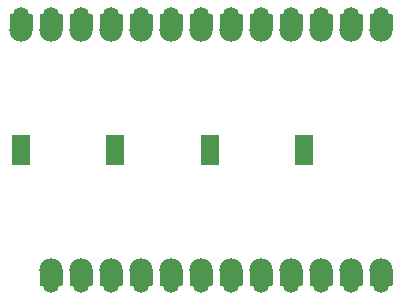
<source format=gbr>
G04 EAGLE Gerber RS-274X export*
G75*
%MOMM*%
%FSLAX34Y34*%
%LPD*%
%INSoldermask Bottom*%
%IPPOS*%
%AMOC8*
5,1,8,0,0,1.08239X$1,22.5*%
G01*
%ADD10C,1.981200*%
%ADD11C,1.346200*%
%ADD12R,1.573200X2.533200*%

G36*
X230397Y206550D02*
X230397Y206550D01*
X230443Y206563D01*
X230518Y206574D01*
X232186Y207080D01*
X232229Y207102D01*
X232301Y207127D01*
X233838Y207949D01*
X233876Y207979D01*
X233941Y208018D01*
X235289Y209124D01*
X235320Y209160D01*
X235376Y209211D01*
X236482Y210559D01*
X236506Y210601D01*
X236551Y210662D01*
X237373Y212199D01*
X237387Y212245D01*
X237420Y212314D01*
X237926Y213982D01*
X237932Y214029D01*
X237950Y214104D01*
X238121Y215838D01*
X238119Y215865D01*
X238124Y215900D01*
X238124Y228600D01*
X238113Y228665D01*
X238111Y228731D01*
X238093Y228774D01*
X238085Y228821D01*
X238051Y228878D01*
X238026Y228938D01*
X237995Y228973D01*
X237970Y229014D01*
X237919Y229056D01*
X237875Y229104D01*
X237833Y229126D01*
X237796Y229155D01*
X237734Y229176D01*
X237675Y229207D01*
X237621Y229215D01*
X237584Y229227D01*
X237544Y229226D01*
X237490Y229234D01*
X219710Y229234D01*
X219645Y229223D01*
X219579Y229221D01*
X219536Y229203D01*
X219489Y229195D01*
X219432Y229161D01*
X219372Y229136D01*
X219337Y229105D01*
X219296Y229080D01*
X219255Y229029D01*
X219206Y228985D01*
X219184Y228943D01*
X219155Y228906D01*
X219134Y228844D01*
X219103Y228785D01*
X219095Y228731D01*
X219083Y228694D01*
X219083Y228670D01*
X219083Y228668D01*
X219083Y228650D01*
X219076Y228600D01*
X219076Y215900D01*
X219081Y215873D01*
X219079Y215838D01*
X219250Y214104D01*
X219263Y214057D01*
X219274Y213982D01*
X219780Y212314D01*
X219802Y212271D01*
X219827Y212199D01*
X220649Y210662D01*
X220679Y210624D01*
X220718Y210559D01*
X221824Y209211D01*
X221860Y209180D01*
X221911Y209124D01*
X223259Y208018D01*
X223301Y207994D01*
X223362Y207949D01*
X224899Y207127D01*
X224945Y207113D01*
X225014Y207080D01*
X225152Y207038D01*
X225153Y207038D01*
X226682Y206574D01*
X226729Y206568D01*
X226804Y206550D01*
X228538Y206379D01*
X228586Y206383D01*
X228662Y206379D01*
X230397Y206550D01*
G37*
G36*
X179597Y206550D02*
X179597Y206550D01*
X179643Y206563D01*
X179718Y206574D01*
X181386Y207080D01*
X181429Y207102D01*
X181501Y207127D01*
X183038Y207949D01*
X183076Y207979D01*
X183141Y208018D01*
X184489Y209124D01*
X184520Y209160D01*
X184576Y209211D01*
X185682Y210559D01*
X185706Y210601D01*
X185751Y210662D01*
X186573Y212199D01*
X186587Y212245D01*
X186620Y212314D01*
X187126Y213982D01*
X187132Y214029D01*
X187150Y214104D01*
X187321Y215838D01*
X187319Y215865D01*
X187324Y215900D01*
X187324Y228600D01*
X187313Y228665D01*
X187311Y228731D01*
X187293Y228774D01*
X187285Y228821D01*
X187251Y228878D01*
X187226Y228938D01*
X187195Y228973D01*
X187170Y229014D01*
X187119Y229056D01*
X187075Y229104D01*
X187033Y229126D01*
X186996Y229155D01*
X186934Y229176D01*
X186875Y229207D01*
X186821Y229215D01*
X186784Y229227D01*
X186744Y229226D01*
X186690Y229234D01*
X168910Y229234D01*
X168845Y229223D01*
X168779Y229221D01*
X168736Y229203D01*
X168689Y229195D01*
X168632Y229161D01*
X168572Y229136D01*
X168537Y229105D01*
X168496Y229080D01*
X168455Y229029D01*
X168406Y228985D01*
X168384Y228943D01*
X168355Y228906D01*
X168334Y228844D01*
X168303Y228785D01*
X168295Y228731D01*
X168283Y228694D01*
X168283Y228670D01*
X168283Y228668D01*
X168283Y228650D01*
X168276Y228600D01*
X168276Y215900D01*
X168281Y215873D01*
X168279Y215838D01*
X168450Y214104D01*
X168463Y214057D01*
X168474Y213982D01*
X168980Y212314D01*
X169002Y212271D01*
X169027Y212199D01*
X169849Y210662D01*
X169879Y210624D01*
X169918Y210559D01*
X171024Y209211D01*
X171060Y209180D01*
X171111Y209124D01*
X172459Y208018D01*
X172501Y207994D01*
X172562Y207949D01*
X174099Y207127D01*
X174145Y207113D01*
X174214Y207080D01*
X174352Y207038D01*
X174353Y207038D01*
X175882Y206574D01*
X175929Y206568D01*
X176004Y206550D01*
X177738Y206379D01*
X177786Y206383D01*
X177862Y206379D01*
X179597Y206550D01*
G37*
G36*
X103397Y206550D02*
X103397Y206550D01*
X103443Y206563D01*
X103518Y206574D01*
X105186Y207080D01*
X105229Y207102D01*
X105301Y207127D01*
X106838Y207949D01*
X106876Y207979D01*
X106941Y208018D01*
X108289Y209124D01*
X108320Y209160D01*
X108376Y209211D01*
X109482Y210559D01*
X109506Y210601D01*
X109551Y210662D01*
X110373Y212199D01*
X110387Y212245D01*
X110420Y212314D01*
X110926Y213982D01*
X110932Y214029D01*
X110950Y214104D01*
X111121Y215838D01*
X111119Y215865D01*
X111124Y215900D01*
X111124Y228600D01*
X111113Y228665D01*
X111111Y228731D01*
X111093Y228774D01*
X111085Y228821D01*
X111051Y228878D01*
X111026Y228938D01*
X110995Y228973D01*
X110970Y229014D01*
X110919Y229056D01*
X110875Y229104D01*
X110833Y229126D01*
X110796Y229155D01*
X110734Y229176D01*
X110675Y229207D01*
X110621Y229215D01*
X110584Y229227D01*
X110544Y229226D01*
X110490Y229234D01*
X92710Y229234D01*
X92645Y229223D01*
X92579Y229221D01*
X92536Y229203D01*
X92489Y229195D01*
X92432Y229161D01*
X92372Y229136D01*
X92337Y229105D01*
X92296Y229080D01*
X92255Y229029D01*
X92206Y228985D01*
X92184Y228943D01*
X92155Y228906D01*
X92134Y228844D01*
X92103Y228785D01*
X92095Y228731D01*
X92083Y228694D01*
X92083Y228670D01*
X92083Y228668D01*
X92083Y228650D01*
X92076Y228600D01*
X92076Y215900D01*
X92081Y215873D01*
X92079Y215838D01*
X92250Y214104D01*
X92263Y214057D01*
X92274Y213982D01*
X92780Y212314D01*
X92802Y212271D01*
X92827Y212199D01*
X93649Y210662D01*
X93679Y210624D01*
X93718Y210559D01*
X94824Y209211D01*
X94860Y209180D01*
X94911Y209124D01*
X96259Y208018D01*
X96301Y207994D01*
X96362Y207949D01*
X97899Y207127D01*
X97945Y207113D01*
X98014Y207080D01*
X98152Y207038D01*
X98153Y207038D01*
X99682Y206574D01*
X99729Y206568D01*
X99804Y206550D01*
X101538Y206379D01*
X101586Y206383D01*
X101662Y206379D01*
X103397Y206550D01*
G37*
G36*
X27197Y206550D02*
X27197Y206550D01*
X27243Y206563D01*
X27318Y206574D01*
X28986Y207080D01*
X29029Y207102D01*
X29101Y207127D01*
X30638Y207949D01*
X30676Y207979D01*
X30741Y208018D01*
X32089Y209124D01*
X32120Y209160D01*
X32176Y209211D01*
X33282Y210559D01*
X33306Y210601D01*
X33351Y210662D01*
X34173Y212199D01*
X34187Y212245D01*
X34220Y212314D01*
X34726Y213982D01*
X34732Y214029D01*
X34750Y214104D01*
X34921Y215838D01*
X34919Y215865D01*
X34924Y215900D01*
X34924Y228600D01*
X34913Y228665D01*
X34911Y228731D01*
X34893Y228774D01*
X34885Y228821D01*
X34851Y228878D01*
X34826Y228938D01*
X34795Y228973D01*
X34770Y229014D01*
X34719Y229056D01*
X34675Y229104D01*
X34633Y229126D01*
X34596Y229155D01*
X34534Y229176D01*
X34475Y229207D01*
X34421Y229215D01*
X34384Y229227D01*
X34344Y229226D01*
X34290Y229234D01*
X16510Y229234D01*
X16445Y229223D01*
X16379Y229221D01*
X16336Y229203D01*
X16289Y229195D01*
X16232Y229161D01*
X16172Y229136D01*
X16137Y229105D01*
X16096Y229080D01*
X16055Y229029D01*
X16006Y228985D01*
X15984Y228943D01*
X15955Y228906D01*
X15934Y228844D01*
X15903Y228785D01*
X15895Y228731D01*
X15883Y228694D01*
X15883Y228670D01*
X15883Y228668D01*
X15883Y228650D01*
X15876Y228600D01*
X15876Y215900D01*
X15881Y215873D01*
X15879Y215838D01*
X16050Y214104D01*
X16063Y214057D01*
X16074Y213982D01*
X16580Y212314D01*
X16602Y212271D01*
X16627Y212199D01*
X17449Y210662D01*
X17479Y210624D01*
X17518Y210559D01*
X18624Y209211D01*
X18660Y209180D01*
X18711Y209124D01*
X20059Y208018D01*
X20101Y207994D01*
X20162Y207949D01*
X21699Y207127D01*
X21745Y207113D01*
X21814Y207080D01*
X21952Y207038D01*
X21953Y207038D01*
X23482Y206574D01*
X23529Y206568D01*
X23604Y206550D01*
X25338Y206379D01*
X25386Y206383D01*
X25462Y206379D01*
X27197Y206550D01*
G37*
G36*
X331997Y206550D02*
X331997Y206550D01*
X332043Y206563D01*
X332118Y206574D01*
X333786Y207080D01*
X333829Y207102D01*
X333901Y207127D01*
X335438Y207949D01*
X335476Y207979D01*
X335541Y208018D01*
X336889Y209124D01*
X336920Y209160D01*
X336976Y209211D01*
X338082Y210559D01*
X338106Y210601D01*
X338151Y210662D01*
X338973Y212199D01*
X338987Y212245D01*
X339020Y212314D01*
X339526Y213982D01*
X339532Y214029D01*
X339550Y214104D01*
X339721Y215838D01*
X339719Y215865D01*
X339724Y215900D01*
X339724Y228600D01*
X339713Y228665D01*
X339711Y228731D01*
X339693Y228774D01*
X339685Y228821D01*
X339651Y228878D01*
X339626Y228938D01*
X339595Y228973D01*
X339570Y229014D01*
X339519Y229056D01*
X339475Y229104D01*
X339433Y229126D01*
X339396Y229155D01*
X339334Y229176D01*
X339275Y229207D01*
X339221Y229215D01*
X339184Y229227D01*
X339144Y229226D01*
X339090Y229234D01*
X321310Y229234D01*
X321245Y229223D01*
X321179Y229221D01*
X321136Y229203D01*
X321089Y229195D01*
X321032Y229161D01*
X320972Y229136D01*
X320937Y229105D01*
X320896Y229080D01*
X320855Y229029D01*
X320806Y228985D01*
X320784Y228943D01*
X320755Y228906D01*
X320734Y228844D01*
X320703Y228785D01*
X320695Y228731D01*
X320683Y228694D01*
X320683Y228670D01*
X320683Y228668D01*
X320683Y228650D01*
X320676Y228600D01*
X320676Y215900D01*
X320681Y215873D01*
X320679Y215838D01*
X320850Y214104D01*
X320863Y214057D01*
X320874Y213982D01*
X321380Y212314D01*
X321402Y212271D01*
X321427Y212199D01*
X322249Y210662D01*
X322279Y210624D01*
X322318Y210559D01*
X323424Y209211D01*
X323460Y209180D01*
X323511Y209124D01*
X324859Y208018D01*
X324901Y207994D01*
X324962Y207949D01*
X326499Y207127D01*
X326545Y207113D01*
X326614Y207080D01*
X326752Y207038D01*
X326753Y207038D01*
X328282Y206574D01*
X328329Y206568D01*
X328404Y206550D01*
X330138Y206379D01*
X330186Y206383D01*
X330262Y206379D01*
X331997Y206550D01*
G37*
G36*
X128797Y206550D02*
X128797Y206550D01*
X128843Y206563D01*
X128918Y206574D01*
X130586Y207080D01*
X130629Y207102D01*
X130701Y207127D01*
X132238Y207949D01*
X132276Y207979D01*
X132341Y208018D01*
X133689Y209124D01*
X133720Y209160D01*
X133776Y209211D01*
X134882Y210559D01*
X134906Y210601D01*
X134951Y210662D01*
X135773Y212199D01*
X135787Y212245D01*
X135820Y212314D01*
X136326Y213982D01*
X136332Y214029D01*
X136350Y214104D01*
X136521Y215838D01*
X136519Y215865D01*
X136524Y215900D01*
X136524Y228600D01*
X136513Y228665D01*
X136511Y228731D01*
X136493Y228774D01*
X136485Y228821D01*
X136451Y228878D01*
X136426Y228938D01*
X136395Y228973D01*
X136370Y229014D01*
X136319Y229056D01*
X136275Y229104D01*
X136233Y229126D01*
X136196Y229155D01*
X136134Y229176D01*
X136075Y229207D01*
X136021Y229215D01*
X135984Y229227D01*
X135944Y229226D01*
X135890Y229234D01*
X118110Y229234D01*
X118045Y229223D01*
X117979Y229221D01*
X117936Y229203D01*
X117889Y229195D01*
X117832Y229161D01*
X117772Y229136D01*
X117737Y229105D01*
X117696Y229080D01*
X117655Y229029D01*
X117606Y228985D01*
X117584Y228943D01*
X117555Y228906D01*
X117534Y228844D01*
X117503Y228785D01*
X117495Y228731D01*
X117483Y228694D01*
X117483Y228670D01*
X117483Y228668D01*
X117483Y228650D01*
X117476Y228600D01*
X117476Y215900D01*
X117481Y215873D01*
X117479Y215838D01*
X117650Y214104D01*
X117663Y214057D01*
X117674Y213982D01*
X118180Y212314D01*
X118202Y212271D01*
X118227Y212199D01*
X119049Y210662D01*
X119079Y210624D01*
X119118Y210559D01*
X120224Y209211D01*
X120260Y209180D01*
X120311Y209124D01*
X121659Y208018D01*
X121701Y207994D01*
X121762Y207949D01*
X123299Y207127D01*
X123345Y207113D01*
X123414Y207080D01*
X123552Y207038D01*
X123553Y207038D01*
X125082Y206574D01*
X125129Y206568D01*
X125204Y206550D01*
X126938Y206379D01*
X126986Y206383D01*
X127062Y206379D01*
X128797Y206550D01*
G37*
G36*
X306597Y206550D02*
X306597Y206550D01*
X306643Y206563D01*
X306718Y206574D01*
X308386Y207080D01*
X308429Y207102D01*
X308501Y207127D01*
X310038Y207949D01*
X310076Y207979D01*
X310141Y208018D01*
X311489Y209124D01*
X311520Y209160D01*
X311576Y209211D01*
X312682Y210559D01*
X312706Y210601D01*
X312751Y210662D01*
X313573Y212199D01*
X313587Y212245D01*
X313620Y212314D01*
X314126Y213982D01*
X314132Y214029D01*
X314150Y214104D01*
X314321Y215838D01*
X314319Y215865D01*
X314324Y215900D01*
X314324Y228600D01*
X314313Y228665D01*
X314311Y228731D01*
X314293Y228774D01*
X314285Y228821D01*
X314251Y228878D01*
X314226Y228938D01*
X314195Y228973D01*
X314170Y229014D01*
X314119Y229056D01*
X314075Y229104D01*
X314033Y229126D01*
X313996Y229155D01*
X313934Y229176D01*
X313875Y229207D01*
X313821Y229215D01*
X313784Y229227D01*
X313744Y229226D01*
X313690Y229234D01*
X295910Y229234D01*
X295845Y229223D01*
X295779Y229221D01*
X295736Y229203D01*
X295689Y229195D01*
X295632Y229161D01*
X295572Y229136D01*
X295537Y229105D01*
X295496Y229080D01*
X295455Y229029D01*
X295406Y228985D01*
X295384Y228943D01*
X295355Y228906D01*
X295334Y228844D01*
X295303Y228785D01*
X295295Y228731D01*
X295283Y228694D01*
X295283Y228670D01*
X295283Y228668D01*
X295283Y228650D01*
X295276Y228600D01*
X295276Y215900D01*
X295281Y215873D01*
X295279Y215838D01*
X295450Y214104D01*
X295463Y214057D01*
X295474Y213982D01*
X295980Y212314D01*
X296002Y212271D01*
X296027Y212199D01*
X296849Y210662D01*
X296879Y210624D01*
X296918Y210559D01*
X298024Y209211D01*
X298060Y209180D01*
X298111Y209124D01*
X299459Y208018D01*
X299501Y207994D01*
X299562Y207949D01*
X301099Y207127D01*
X301145Y207113D01*
X301214Y207080D01*
X301352Y207038D01*
X301353Y207038D01*
X302882Y206574D01*
X302929Y206568D01*
X303004Y206550D01*
X304738Y206379D01*
X304786Y206383D01*
X304862Y206379D01*
X306597Y206550D01*
G37*
G36*
X77997Y206550D02*
X77997Y206550D01*
X78043Y206563D01*
X78118Y206574D01*
X79786Y207080D01*
X79829Y207102D01*
X79901Y207127D01*
X81438Y207949D01*
X81476Y207979D01*
X81541Y208018D01*
X82889Y209124D01*
X82920Y209160D01*
X82976Y209211D01*
X84082Y210559D01*
X84106Y210601D01*
X84151Y210662D01*
X84973Y212199D01*
X84987Y212245D01*
X85020Y212314D01*
X85526Y213982D01*
X85532Y214029D01*
X85550Y214104D01*
X85721Y215838D01*
X85719Y215865D01*
X85724Y215900D01*
X85724Y228600D01*
X85713Y228665D01*
X85711Y228731D01*
X85693Y228774D01*
X85685Y228821D01*
X85651Y228878D01*
X85626Y228938D01*
X85595Y228973D01*
X85570Y229014D01*
X85519Y229056D01*
X85475Y229104D01*
X85433Y229126D01*
X85396Y229155D01*
X85334Y229176D01*
X85275Y229207D01*
X85221Y229215D01*
X85184Y229227D01*
X85144Y229226D01*
X85090Y229234D01*
X67310Y229234D01*
X67245Y229223D01*
X67179Y229221D01*
X67136Y229203D01*
X67089Y229195D01*
X67032Y229161D01*
X66972Y229136D01*
X66937Y229105D01*
X66896Y229080D01*
X66855Y229029D01*
X66806Y228985D01*
X66784Y228943D01*
X66755Y228906D01*
X66734Y228844D01*
X66703Y228785D01*
X66695Y228731D01*
X66683Y228694D01*
X66683Y228670D01*
X66683Y228668D01*
X66683Y228650D01*
X66676Y228600D01*
X66676Y215900D01*
X66681Y215873D01*
X66679Y215838D01*
X66850Y214104D01*
X66863Y214057D01*
X66874Y213982D01*
X67380Y212314D01*
X67402Y212271D01*
X67427Y212199D01*
X68249Y210662D01*
X68279Y210624D01*
X68318Y210559D01*
X69424Y209211D01*
X69460Y209180D01*
X69511Y209124D01*
X70859Y208018D01*
X70901Y207994D01*
X70962Y207949D01*
X72499Y207127D01*
X72545Y207113D01*
X72614Y207080D01*
X72752Y207038D01*
X72753Y207038D01*
X74282Y206574D01*
X74329Y206568D01*
X74404Y206550D01*
X76138Y206379D01*
X76186Y206383D01*
X76262Y206379D01*
X77997Y206550D01*
G37*
G36*
X154197Y206550D02*
X154197Y206550D01*
X154243Y206563D01*
X154318Y206574D01*
X155986Y207080D01*
X156029Y207102D01*
X156101Y207127D01*
X157638Y207949D01*
X157676Y207979D01*
X157741Y208018D01*
X159089Y209124D01*
X159120Y209160D01*
X159176Y209211D01*
X160282Y210559D01*
X160306Y210601D01*
X160351Y210662D01*
X161173Y212199D01*
X161187Y212245D01*
X161220Y212314D01*
X161726Y213982D01*
X161732Y214029D01*
X161750Y214104D01*
X161921Y215838D01*
X161919Y215865D01*
X161924Y215900D01*
X161924Y228600D01*
X161913Y228665D01*
X161911Y228731D01*
X161893Y228774D01*
X161885Y228821D01*
X161851Y228878D01*
X161826Y228938D01*
X161795Y228973D01*
X161770Y229014D01*
X161719Y229056D01*
X161675Y229104D01*
X161633Y229126D01*
X161596Y229155D01*
X161534Y229176D01*
X161475Y229207D01*
X161421Y229215D01*
X161384Y229227D01*
X161344Y229226D01*
X161290Y229234D01*
X143510Y229234D01*
X143445Y229223D01*
X143379Y229221D01*
X143336Y229203D01*
X143289Y229195D01*
X143232Y229161D01*
X143172Y229136D01*
X143137Y229105D01*
X143096Y229080D01*
X143055Y229029D01*
X143006Y228985D01*
X142984Y228943D01*
X142955Y228906D01*
X142934Y228844D01*
X142903Y228785D01*
X142895Y228731D01*
X142883Y228694D01*
X142883Y228670D01*
X142883Y228668D01*
X142883Y228650D01*
X142876Y228600D01*
X142876Y215900D01*
X142881Y215873D01*
X142879Y215838D01*
X143050Y214104D01*
X143063Y214057D01*
X143074Y213982D01*
X143580Y212314D01*
X143602Y212271D01*
X143627Y212199D01*
X144449Y210662D01*
X144479Y210624D01*
X144518Y210559D01*
X145624Y209211D01*
X145660Y209180D01*
X145711Y209124D01*
X147059Y208018D01*
X147101Y207994D01*
X147162Y207949D01*
X148699Y207127D01*
X148745Y207113D01*
X148814Y207080D01*
X148952Y207038D01*
X148953Y207038D01*
X150482Y206574D01*
X150529Y206568D01*
X150604Y206550D01*
X152338Y206379D01*
X152386Y206383D01*
X152462Y206379D01*
X154197Y206550D01*
G37*
G36*
X281197Y206550D02*
X281197Y206550D01*
X281243Y206563D01*
X281318Y206574D01*
X282986Y207080D01*
X283029Y207102D01*
X283101Y207127D01*
X284638Y207949D01*
X284676Y207979D01*
X284741Y208018D01*
X286089Y209124D01*
X286120Y209160D01*
X286176Y209211D01*
X287282Y210559D01*
X287306Y210601D01*
X287351Y210662D01*
X288173Y212199D01*
X288187Y212245D01*
X288220Y212314D01*
X288726Y213982D01*
X288732Y214029D01*
X288750Y214104D01*
X288921Y215838D01*
X288919Y215865D01*
X288924Y215900D01*
X288924Y228600D01*
X288913Y228665D01*
X288911Y228731D01*
X288893Y228774D01*
X288885Y228821D01*
X288851Y228878D01*
X288826Y228938D01*
X288795Y228973D01*
X288770Y229014D01*
X288719Y229056D01*
X288675Y229104D01*
X288633Y229126D01*
X288596Y229155D01*
X288534Y229176D01*
X288475Y229207D01*
X288421Y229215D01*
X288384Y229227D01*
X288344Y229226D01*
X288290Y229234D01*
X270510Y229234D01*
X270445Y229223D01*
X270379Y229221D01*
X270336Y229203D01*
X270289Y229195D01*
X270232Y229161D01*
X270172Y229136D01*
X270137Y229105D01*
X270096Y229080D01*
X270055Y229029D01*
X270006Y228985D01*
X269984Y228943D01*
X269955Y228906D01*
X269934Y228844D01*
X269903Y228785D01*
X269895Y228731D01*
X269883Y228694D01*
X269883Y228670D01*
X269883Y228668D01*
X269883Y228650D01*
X269876Y228600D01*
X269876Y215900D01*
X269881Y215873D01*
X269879Y215838D01*
X270050Y214104D01*
X270063Y214057D01*
X270074Y213982D01*
X270580Y212314D01*
X270602Y212271D01*
X270627Y212199D01*
X271449Y210662D01*
X271479Y210624D01*
X271518Y210559D01*
X272624Y209211D01*
X272660Y209180D01*
X272711Y209124D01*
X274059Y208018D01*
X274101Y207994D01*
X274162Y207949D01*
X275699Y207127D01*
X275745Y207113D01*
X275814Y207080D01*
X275952Y207038D01*
X275953Y207038D01*
X277482Y206574D01*
X277529Y206568D01*
X277604Y206550D01*
X279338Y206379D01*
X279386Y206383D01*
X279462Y206379D01*
X281197Y206550D01*
G37*
G36*
X52597Y206550D02*
X52597Y206550D01*
X52643Y206563D01*
X52718Y206574D01*
X54386Y207080D01*
X54429Y207102D01*
X54501Y207127D01*
X56038Y207949D01*
X56076Y207979D01*
X56141Y208018D01*
X57489Y209124D01*
X57520Y209160D01*
X57576Y209211D01*
X58682Y210559D01*
X58706Y210601D01*
X58751Y210662D01*
X59573Y212199D01*
X59587Y212245D01*
X59620Y212314D01*
X60126Y213982D01*
X60132Y214029D01*
X60150Y214104D01*
X60321Y215838D01*
X60319Y215865D01*
X60324Y215900D01*
X60324Y228600D01*
X60313Y228665D01*
X60311Y228731D01*
X60293Y228774D01*
X60285Y228821D01*
X60251Y228878D01*
X60226Y228938D01*
X60195Y228973D01*
X60170Y229014D01*
X60119Y229056D01*
X60075Y229104D01*
X60033Y229126D01*
X59996Y229155D01*
X59934Y229176D01*
X59875Y229207D01*
X59821Y229215D01*
X59784Y229227D01*
X59744Y229226D01*
X59690Y229234D01*
X41910Y229234D01*
X41845Y229223D01*
X41779Y229221D01*
X41736Y229203D01*
X41689Y229195D01*
X41632Y229161D01*
X41572Y229136D01*
X41537Y229105D01*
X41496Y229080D01*
X41455Y229029D01*
X41406Y228985D01*
X41384Y228943D01*
X41355Y228906D01*
X41334Y228844D01*
X41303Y228785D01*
X41295Y228731D01*
X41283Y228694D01*
X41283Y228670D01*
X41283Y228668D01*
X41283Y228650D01*
X41276Y228600D01*
X41276Y215900D01*
X41281Y215873D01*
X41279Y215838D01*
X41450Y214104D01*
X41463Y214057D01*
X41474Y213982D01*
X41980Y212314D01*
X42002Y212271D01*
X42027Y212199D01*
X42849Y210662D01*
X42879Y210624D01*
X42918Y210559D01*
X44024Y209211D01*
X44060Y209180D01*
X44111Y209124D01*
X45459Y208018D01*
X45501Y207994D01*
X45562Y207949D01*
X47099Y207127D01*
X47145Y207113D01*
X47214Y207080D01*
X47352Y207038D01*
X47353Y207038D01*
X48882Y206574D01*
X48929Y206568D01*
X49004Y206550D01*
X50738Y206379D01*
X50786Y206383D01*
X50862Y206379D01*
X52597Y206550D01*
G37*
G36*
X204997Y206550D02*
X204997Y206550D01*
X205043Y206563D01*
X205118Y206574D01*
X206786Y207080D01*
X206829Y207102D01*
X206901Y207127D01*
X208438Y207949D01*
X208476Y207979D01*
X208541Y208018D01*
X209889Y209124D01*
X209920Y209160D01*
X209976Y209211D01*
X211082Y210559D01*
X211106Y210601D01*
X211151Y210662D01*
X211973Y212199D01*
X211987Y212245D01*
X212020Y212314D01*
X212526Y213982D01*
X212532Y214029D01*
X212550Y214104D01*
X212721Y215838D01*
X212719Y215865D01*
X212724Y215900D01*
X212724Y228600D01*
X212713Y228665D01*
X212711Y228731D01*
X212693Y228774D01*
X212685Y228821D01*
X212651Y228878D01*
X212626Y228938D01*
X212595Y228973D01*
X212570Y229014D01*
X212519Y229056D01*
X212475Y229104D01*
X212433Y229126D01*
X212396Y229155D01*
X212334Y229176D01*
X212275Y229207D01*
X212221Y229215D01*
X212184Y229227D01*
X212144Y229226D01*
X212090Y229234D01*
X194310Y229234D01*
X194245Y229223D01*
X194179Y229221D01*
X194136Y229203D01*
X194089Y229195D01*
X194032Y229161D01*
X193972Y229136D01*
X193937Y229105D01*
X193896Y229080D01*
X193855Y229029D01*
X193806Y228985D01*
X193784Y228943D01*
X193755Y228906D01*
X193734Y228844D01*
X193703Y228785D01*
X193695Y228731D01*
X193683Y228694D01*
X193683Y228670D01*
X193683Y228668D01*
X193683Y228650D01*
X193676Y228600D01*
X193676Y215900D01*
X193681Y215873D01*
X193679Y215838D01*
X193850Y214104D01*
X193863Y214057D01*
X193874Y213982D01*
X194380Y212314D01*
X194402Y212271D01*
X194427Y212199D01*
X195249Y210662D01*
X195279Y210624D01*
X195318Y210559D01*
X196424Y209211D01*
X196460Y209180D01*
X196511Y209124D01*
X197859Y208018D01*
X197901Y207994D01*
X197962Y207949D01*
X199499Y207127D01*
X199545Y207113D01*
X199614Y207080D01*
X199752Y207038D01*
X199753Y207038D01*
X201282Y206574D01*
X201329Y206568D01*
X201404Y206550D01*
X203138Y206379D01*
X203186Y206383D01*
X203262Y206379D01*
X204997Y206550D01*
G37*
G36*
X255797Y206550D02*
X255797Y206550D01*
X255843Y206563D01*
X255918Y206574D01*
X257586Y207080D01*
X257629Y207102D01*
X257701Y207127D01*
X259238Y207949D01*
X259276Y207979D01*
X259341Y208018D01*
X260689Y209124D01*
X260720Y209160D01*
X260776Y209211D01*
X261882Y210559D01*
X261906Y210601D01*
X261951Y210662D01*
X262773Y212199D01*
X262787Y212245D01*
X262820Y212314D01*
X263326Y213982D01*
X263332Y214029D01*
X263350Y214104D01*
X263521Y215838D01*
X263519Y215865D01*
X263524Y215900D01*
X263524Y228600D01*
X263513Y228665D01*
X263511Y228731D01*
X263493Y228774D01*
X263485Y228821D01*
X263451Y228878D01*
X263426Y228938D01*
X263395Y228973D01*
X263370Y229014D01*
X263319Y229056D01*
X263275Y229104D01*
X263233Y229126D01*
X263196Y229155D01*
X263134Y229176D01*
X263075Y229207D01*
X263021Y229215D01*
X262984Y229227D01*
X262944Y229226D01*
X262890Y229234D01*
X245110Y229234D01*
X245045Y229223D01*
X244979Y229221D01*
X244936Y229203D01*
X244889Y229195D01*
X244832Y229161D01*
X244772Y229136D01*
X244737Y229105D01*
X244696Y229080D01*
X244655Y229029D01*
X244606Y228985D01*
X244584Y228943D01*
X244555Y228906D01*
X244534Y228844D01*
X244503Y228785D01*
X244495Y228731D01*
X244483Y228694D01*
X244483Y228670D01*
X244483Y228668D01*
X244483Y228650D01*
X244476Y228600D01*
X244476Y215900D01*
X244481Y215873D01*
X244479Y215838D01*
X244650Y214104D01*
X244663Y214057D01*
X244674Y213982D01*
X245180Y212314D01*
X245202Y212271D01*
X245227Y212199D01*
X246049Y210662D01*
X246079Y210624D01*
X246118Y210559D01*
X247224Y209211D01*
X247260Y209180D01*
X247311Y209124D01*
X248659Y208018D01*
X248701Y207994D01*
X248762Y207949D01*
X250299Y207127D01*
X250345Y207113D01*
X250414Y207080D01*
X250552Y207038D01*
X250553Y207038D01*
X252082Y206574D01*
X252129Y206568D01*
X252204Y206550D01*
X253938Y206379D01*
X253986Y206383D01*
X254062Y206379D01*
X255797Y206550D01*
G37*
G36*
X339155Y-623D02*
X339155Y-623D01*
X339221Y-621D01*
X339264Y-603D01*
X339311Y-595D01*
X339368Y-561D01*
X339428Y-536D01*
X339463Y-505D01*
X339504Y-480D01*
X339546Y-429D01*
X339594Y-385D01*
X339616Y-343D01*
X339645Y-306D01*
X339666Y-244D01*
X339697Y-185D01*
X339705Y-131D01*
X339717Y-94D01*
X339716Y-54D01*
X339724Y0D01*
X339724Y12700D01*
X339719Y12727D01*
X339721Y12762D01*
X339550Y14497D01*
X339537Y14543D01*
X339526Y14618D01*
X339020Y16286D01*
X338998Y16329D01*
X338973Y16401D01*
X338151Y17938D01*
X338121Y17976D01*
X338082Y18041D01*
X336976Y19389D01*
X336940Y19420D01*
X336889Y19476D01*
X335541Y20582D01*
X335499Y20606D01*
X335438Y20651D01*
X333901Y21473D01*
X333855Y21487D01*
X333786Y21520D01*
X333732Y21537D01*
X333731Y21537D01*
X332118Y22026D01*
X332071Y22032D01*
X331997Y22050D01*
X330262Y22221D01*
X330214Y22217D01*
X330138Y22221D01*
X328404Y22050D01*
X328357Y22037D01*
X328282Y22026D01*
X326614Y21520D01*
X326571Y21498D01*
X326499Y21473D01*
X324962Y20651D01*
X324924Y20621D01*
X324859Y20582D01*
X323511Y19476D01*
X323480Y19440D01*
X323424Y19389D01*
X322318Y18041D01*
X322294Y17999D01*
X322249Y17938D01*
X321427Y16401D01*
X321413Y16355D01*
X321380Y16286D01*
X320874Y14618D01*
X320868Y14571D01*
X320850Y14497D01*
X320679Y12762D01*
X320681Y12735D01*
X320676Y12700D01*
X320676Y0D01*
X320687Y-65D01*
X320689Y-131D01*
X320707Y-174D01*
X320715Y-221D01*
X320749Y-278D01*
X320774Y-338D01*
X320805Y-373D01*
X320830Y-414D01*
X320881Y-456D01*
X320925Y-504D01*
X320967Y-526D01*
X321004Y-555D01*
X321066Y-576D01*
X321125Y-607D01*
X321179Y-615D01*
X321216Y-627D01*
X321256Y-626D01*
X321310Y-634D01*
X339090Y-634D01*
X339155Y-623D01*
G37*
G36*
X313755Y-623D02*
X313755Y-623D01*
X313821Y-621D01*
X313864Y-603D01*
X313911Y-595D01*
X313968Y-561D01*
X314028Y-536D01*
X314063Y-505D01*
X314104Y-480D01*
X314146Y-429D01*
X314194Y-385D01*
X314216Y-343D01*
X314245Y-306D01*
X314266Y-244D01*
X314297Y-185D01*
X314305Y-131D01*
X314317Y-94D01*
X314316Y-54D01*
X314324Y0D01*
X314324Y12700D01*
X314319Y12727D01*
X314321Y12762D01*
X314150Y14497D01*
X314137Y14543D01*
X314126Y14618D01*
X313620Y16286D01*
X313598Y16329D01*
X313573Y16401D01*
X312751Y17938D01*
X312721Y17976D01*
X312682Y18041D01*
X311576Y19389D01*
X311540Y19420D01*
X311489Y19476D01*
X310141Y20582D01*
X310099Y20606D01*
X310038Y20651D01*
X308501Y21473D01*
X308455Y21487D01*
X308386Y21520D01*
X308332Y21537D01*
X308331Y21537D01*
X306718Y22026D01*
X306671Y22032D01*
X306597Y22050D01*
X304862Y22221D01*
X304814Y22217D01*
X304738Y22221D01*
X303004Y22050D01*
X302957Y22037D01*
X302882Y22026D01*
X301214Y21520D01*
X301171Y21498D01*
X301099Y21473D01*
X299562Y20651D01*
X299524Y20621D01*
X299459Y20582D01*
X298111Y19476D01*
X298080Y19440D01*
X298024Y19389D01*
X296918Y18041D01*
X296894Y17999D01*
X296849Y17938D01*
X296027Y16401D01*
X296013Y16355D01*
X295980Y16286D01*
X295474Y14618D01*
X295468Y14571D01*
X295450Y14497D01*
X295279Y12762D01*
X295281Y12735D01*
X295276Y12700D01*
X295276Y0D01*
X295287Y-65D01*
X295289Y-131D01*
X295307Y-174D01*
X295315Y-221D01*
X295349Y-278D01*
X295374Y-338D01*
X295405Y-373D01*
X295430Y-414D01*
X295481Y-456D01*
X295525Y-504D01*
X295567Y-526D01*
X295604Y-555D01*
X295666Y-576D01*
X295725Y-607D01*
X295779Y-615D01*
X295816Y-627D01*
X295856Y-626D01*
X295910Y-634D01*
X313690Y-634D01*
X313755Y-623D01*
G37*
G36*
X85155Y-623D02*
X85155Y-623D01*
X85221Y-621D01*
X85264Y-603D01*
X85311Y-595D01*
X85368Y-561D01*
X85428Y-536D01*
X85463Y-505D01*
X85504Y-480D01*
X85546Y-429D01*
X85594Y-385D01*
X85616Y-343D01*
X85645Y-306D01*
X85666Y-244D01*
X85697Y-185D01*
X85705Y-131D01*
X85717Y-94D01*
X85716Y-54D01*
X85724Y0D01*
X85724Y12700D01*
X85719Y12727D01*
X85721Y12762D01*
X85550Y14497D01*
X85537Y14543D01*
X85526Y14618D01*
X85020Y16286D01*
X84998Y16329D01*
X84973Y16401D01*
X84151Y17938D01*
X84121Y17976D01*
X84082Y18041D01*
X82976Y19389D01*
X82940Y19420D01*
X82889Y19476D01*
X81541Y20582D01*
X81499Y20606D01*
X81438Y20651D01*
X79901Y21473D01*
X79855Y21487D01*
X79786Y21520D01*
X79732Y21537D01*
X79731Y21537D01*
X78118Y22026D01*
X78071Y22032D01*
X77997Y22050D01*
X76262Y22221D01*
X76214Y22217D01*
X76138Y22221D01*
X74404Y22050D01*
X74357Y22037D01*
X74282Y22026D01*
X72614Y21520D01*
X72571Y21498D01*
X72499Y21473D01*
X70962Y20651D01*
X70924Y20621D01*
X70859Y20582D01*
X69511Y19476D01*
X69480Y19440D01*
X69424Y19389D01*
X68318Y18041D01*
X68294Y17999D01*
X68249Y17938D01*
X67427Y16401D01*
X67413Y16355D01*
X67380Y16286D01*
X66874Y14618D01*
X66868Y14571D01*
X66850Y14497D01*
X66679Y12762D01*
X66681Y12735D01*
X66676Y12700D01*
X66676Y0D01*
X66687Y-65D01*
X66689Y-131D01*
X66707Y-174D01*
X66715Y-221D01*
X66749Y-278D01*
X66774Y-338D01*
X66805Y-373D01*
X66830Y-414D01*
X66881Y-456D01*
X66925Y-504D01*
X66967Y-526D01*
X67004Y-555D01*
X67066Y-576D01*
X67125Y-607D01*
X67179Y-615D01*
X67216Y-627D01*
X67256Y-626D01*
X67310Y-634D01*
X85090Y-634D01*
X85155Y-623D01*
G37*
G36*
X135955Y-623D02*
X135955Y-623D01*
X136021Y-621D01*
X136064Y-603D01*
X136111Y-595D01*
X136168Y-561D01*
X136228Y-536D01*
X136263Y-505D01*
X136304Y-480D01*
X136346Y-429D01*
X136394Y-385D01*
X136416Y-343D01*
X136445Y-306D01*
X136466Y-244D01*
X136497Y-185D01*
X136505Y-131D01*
X136517Y-94D01*
X136516Y-54D01*
X136524Y0D01*
X136524Y12700D01*
X136519Y12727D01*
X136521Y12762D01*
X136350Y14497D01*
X136337Y14543D01*
X136326Y14618D01*
X135820Y16286D01*
X135798Y16329D01*
X135773Y16401D01*
X134951Y17938D01*
X134921Y17976D01*
X134882Y18041D01*
X133776Y19389D01*
X133740Y19420D01*
X133689Y19476D01*
X132341Y20582D01*
X132299Y20606D01*
X132238Y20651D01*
X130701Y21473D01*
X130655Y21487D01*
X130586Y21520D01*
X130532Y21537D01*
X130531Y21537D01*
X128918Y22026D01*
X128871Y22032D01*
X128797Y22050D01*
X127062Y22221D01*
X127014Y22217D01*
X126938Y22221D01*
X125204Y22050D01*
X125157Y22037D01*
X125082Y22026D01*
X123414Y21520D01*
X123371Y21498D01*
X123299Y21473D01*
X121762Y20651D01*
X121724Y20621D01*
X121659Y20582D01*
X120311Y19476D01*
X120280Y19440D01*
X120224Y19389D01*
X119118Y18041D01*
X119094Y17999D01*
X119049Y17938D01*
X118227Y16401D01*
X118213Y16355D01*
X118180Y16286D01*
X117674Y14618D01*
X117668Y14571D01*
X117650Y14497D01*
X117479Y12762D01*
X117481Y12735D01*
X117476Y12700D01*
X117476Y0D01*
X117487Y-65D01*
X117489Y-131D01*
X117507Y-174D01*
X117515Y-221D01*
X117549Y-278D01*
X117574Y-338D01*
X117605Y-373D01*
X117630Y-414D01*
X117681Y-456D01*
X117725Y-504D01*
X117767Y-526D01*
X117804Y-555D01*
X117866Y-576D01*
X117925Y-607D01*
X117979Y-615D01*
X118016Y-627D01*
X118056Y-626D01*
X118110Y-634D01*
X135890Y-634D01*
X135955Y-623D01*
G37*
G36*
X186755Y-623D02*
X186755Y-623D01*
X186821Y-621D01*
X186864Y-603D01*
X186911Y-595D01*
X186968Y-561D01*
X187028Y-536D01*
X187063Y-505D01*
X187104Y-480D01*
X187146Y-429D01*
X187194Y-385D01*
X187216Y-343D01*
X187245Y-306D01*
X187266Y-244D01*
X187297Y-185D01*
X187305Y-131D01*
X187317Y-94D01*
X187316Y-54D01*
X187324Y0D01*
X187324Y12700D01*
X187319Y12727D01*
X187321Y12762D01*
X187150Y14497D01*
X187137Y14543D01*
X187126Y14618D01*
X186620Y16286D01*
X186598Y16329D01*
X186573Y16401D01*
X185751Y17938D01*
X185721Y17976D01*
X185682Y18041D01*
X184576Y19389D01*
X184540Y19420D01*
X184489Y19476D01*
X183141Y20582D01*
X183099Y20606D01*
X183038Y20651D01*
X181501Y21473D01*
X181455Y21487D01*
X181386Y21520D01*
X181332Y21537D01*
X181331Y21537D01*
X179718Y22026D01*
X179671Y22032D01*
X179597Y22050D01*
X177862Y22221D01*
X177814Y22217D01*
X177738Y22221D01*
X176004Y22050D01*
X175957Y22037D01*
X175882Y22026D01*
X174214Y21520D01*
X174171Y21498D01*
X174099Y21473D01*
X172562Y20651D01*
X172524Y20621D01*
X172459Y20582D01*
X171111Y19476D01*
X171080Y19440D01*
X171024Y19389D01*
X169918Y18041D01*
X169894Y17999D01*
X169849Y17938D01*
X169027Y16401D01*
X169013Y16355D01*
X168980Y16286D01*
X168474Y14618D01*
X168468Y14571D01*
X168450Y14497D01*
X168279Y12762D01*
X168281Y12735D01*
X168276Y12700D01*
X168276Y0D01*
X168287Y-65D01*
X168289Y-131D01*
X168307Y-174D01*
X168315Y-221D01*
X168349Y-278D01*
X168374Y-338D01*
X168405Y-373D01*
X168430Y-414D01*
X168481Y-456D01*
X168525Y-504D01*
X168567Y-526D01*
X168604Y-555D01*
X168666Y-576D01*
X168725Y-607D01*
X168779Y-615D01*
X168816Y-627D01*
X168856Y-626D01*
X168910Y-634D01*
X186690Y-634D01*
X186755Y-623D01*
G37*
G36*
X262955Y-623D02*
X262955Y-623D01*
X263021Y-621D01*
X263064Y-603D01*
X263111Y-595D01*
X263168Y-561D01*
X263228Y-536D01*
X263263Y-505D01*
X263304Y-480D01*
X263346Y-429D01*
X263394Y-385D01*
X263416Y-343D01*
X263445Y-306D01*
X263466Y-244D01*
X263497Y-185D01*
X263505Y-131D01*
X263517Y-94D01*
X263516Y-54D01*
X263524Y0D01*
X263524Y12700D01*
X263519Y12727D01*
X263521Y12762D01*
X263350Y14497D01*
X263337Y14543D01*
X263326Y14618D01*
X262820Y16286D01*
X262798Y16329D01*
X262773Y16401D01*
X261951Y17938D01*
X261921Y17976D01*
X261882Y18041D01*
X260776Y19389D01*
X260740Y19420D01*
X260689Y19476D01*
X259341Y20582D01*
X259299Y20606D01*
X259238Y20651D01*
X257701Y21473D01*
X257655Y21487D01*
X257586Y21520D01*
X257532Y21537D01*
X257531Y21537D01*
X255918Y22026D01*
X255871Y22032D01*
X255797Y22050D01*
X254062Y22221D01*
X254014Y22217D01*
X253938Y22221D01*
X252204Y22050D01*
X252157Y22037D01*
X252082Y22026D01*
X250414Y21520D01*
X250371Y21498D01*
X250299Y21473D01*
X248762Y20651D01*
X248724Y20621D01*
X248659Y20582D01*
X247311Y19476D01*
X247280Y19440D01*
X247224Y19389D01*
X246118Y18041D01*
X246094Y17999D01*
X246049Y17938D01*
X245227Y16401D01*
X245213Y16355D01*
X245180Y16286D01*
X244674Y14618D01*
X244668Y14571D01*
X244650Y14497D01*
X244479Y12762D01*
X244481Y12735D01*
X244476Y12700D01*
X244476Y0D01*
X244487Y-65D01*
X244489Y-131D01*
X244507Y-174D01*
X244515Y-221D01*
X244549Y-278D01*
X244574Y-338D01*
X244605Y-373D01*
X244630Y-414D01*
X244681Y-456D01*
X244725Y-504D01*
X244767Y-526D01*
X244804Y-555D01*
X244866Y-576D01*
X244925Y-607D01*
X244979Y-615D01*
X245016Y-627D01*
X245056Y-626D01*
X245110Y-634D01*
X262890Y-634D01*
X262955Y-623D01*
G37*
G36*
X288355Y-623D02*
X288355Y-623D01*
X288421Y-621D01*
X288464Y-603D01*
X288511Y-595D01*
X288568Y-561D01*
X288628Y-536D01*
X288663Y-505D01*
X288704Y-480D01*
X288746Y-429D01*
X288794Y-385D01*
X288816Y-343D01*
X288845Y-306D01*
X288866Y-244D01*
X288897Y-185D01*
X288905Y-131D01*
X288917Y-94D01*
X288916Y-54D01*
X288924Y0D01*
X288924Y12700D01*
X288919Y12727D01*
X288921Y12762D01*
X288750Y14497D01*
X288737Y14543D01*
X288726Y14618D01*
X288220Y16286D01*
X288198Y16329D01*
X288173Y16401D01*
X287351Y17938D01*
X287321Y17976D01*
X287282Y18041D01*
X286176Y19389D01*
X286140Y19420D01*
X286089Y19476D01*
X284741Y20582D01*
X284699Y20606D01*
X284638Y20651D01*
X283101Y21473D01*
X283055Y21487D01*
X282986Y21520D01*
X282932Y21537D01*
X282931Y21537D01*
X281318Y22026D01*
X281271Y22032D01*
X281197Y22050D01*
X279462Y22221D01*
X279414Y22217D01*
X279338Y22221D01*
X277604Y22050D01*
X277557Y22037D01*
X277482Y22026D01*
X275814Y21520D01*
X275771Y21498D01*
X275699Y21473D01*
X274162Y20651D01*
X274124Y20621D01*
X274059Y20582D01*
X272711Y19476D01*
X272680Y19440D01*
X272624Y19389D01*
X271518Y18041D01*
X271494Y17999D01*
X271449Y17938D01*
X270627Y16401D01*
X270613Y16355D01*
X270580Y16286D01*
X270074Y14618D01*
X270068Y14571D01*
X270050Y14497D01*
X269879Y12762D01*
X269881Y12735D01*
X269876Y12700D01*
X269876Y0D01*
X269887Y-65D01*
X269889Y-131D01*
X269907Y-174D01*
X269915Y-221D01*
X269949Y-278D01*
X269974Y-338D01*
X270005Y-373D01*
X270030Y-414D01*
X270081Y-456D01*
X270125Y-504D01*
X270167Y-526D01*
X270204Y-555D01*
X270266Y-576D01*
X270325Y-607D01*
X270379Y-615D01*
X270416Y-627D01*
X270456Y-626D01*
X270510Y-634D01*
X288290Y-634D01*
X288355Y-623D01*
G37*
G36*
X237555Y-623D02*
X237555Y-623D01*
X237621Y-621D01*
X237664Y-603D01*
X237711Y-595D01*
X237768Y-561D01*
X237828Y-536D01*
X237863Y-505D01*
X237904Y-480D01*
X237946Y-429D01*
X237994Y-385D01*
X238016Y-343D01*
X238045Y-306D01*
X238066Y-244D01*
X238097Y-185D01*
X238105Y-131D01*
X238117Y-94D01*
X238116Y-54D01*
X238124Y0D01*
X238124Y12700D01*
X238119Y12727D01*
X238121Y12762D01*
X237950Y14497D01*
X237937Y14543D01*
X237926Y14618D01*
X237420Y16286D01*
X237398Y16329D01*
X237373Y16401D01*
X236551Y17938D01*
X236521Y17976D01*
X236482Y18041D01*
X235376Y19389D01*
X235340Y19420D01*
X235289Y19476D01*
X233941Y20582D01*
X233899Y20606D01*
X233838Y20651D01*
X232301Y21473D01*
X232255Y21487D01*
X232186Y21520D01*
X232132Y21537D01*
X232131Y21537D01*
X230518Y22026D01*
X230471Y22032D01*
X230397Y22050D01*
X228662Y22221D01*
X228614Y22217D01*
X228538Y22221D01*
X226804Y22050D01*
X226757Y22037D01*
X226682Y22026D01*
X225014Y21520D01*
X224971Y21498D01*
X224899Y21473D01*
X223362Y20651D01*
X223324Y20621D01*
X223259Y20582D01*
X221911Y19476D01*
X221880Y19440D01*
X221824Y19389D01*
X220718Y18041D01*
X220694Y17999D01*
X220649Y17938D01*
X219827Y16401D01*
X219813Y16355D01*
X219780Y16286D01*
X219274Y14618D01*
X219268Y14571D01*
X219250Y14497D01*
X219079Y12762D01*
X219081Y12735D01*
X219076Y12700D01*
X219076Y0D01*
X219087Y-65D01*
X219089Y-131D01*
X219107Y-174D01*
X219115Y-221D01*
X219149Y-278D01*
X219174Y-338D01*
X219205Y-373D01*
X219230Y-414D01*
X219281Y-456D01*
X219325Y-504D01*
X219367Y-526D01*
X219404Y-555D01*
X219466Y-576D01*
X219525Y-607D01*
X219579Y-615D01*
X219616Y-627D01*
X219656Y-626D01*
X219710Y-634D01*
X237490Y-634D01*
X237555Y-623D01*
G37*
G36*
X212155Y-623D02*
X212155Y-623D01*
X212221Y-621D01*
X212264Y-603D01*
X212311Y-595D01*
X212368Y-561D01*
X212428Y-536D01*
X212463Y-505D01*
X212504Y-480D01*
X212546Y-429D01*
X212594Y-385D01*
X212616Y-343D01*
X212645Y-306D01*
X212666Y-244D01*
X212697Y-185D01*
X212705Y-131D01*
X212717Y-94D01*
X212716Y-54D01*
X212724Y0D01*
X212724Y12700D01*
X212719Y12727D01*
X212721Y12762D01*
X212550Y14497D01*
X212537Y14543D01*
X212526Y14618D01*
X212020Y16286D01*
X211998Y16329D01*
X211973Y16401D01*
X211151Y17938D01*
X211121Y17976D01*
X211082Y18041D01*
X209976Y19389D01*
X209940Y19420D01*
X209889Y19476D01*
X208541Y20582D01*
X208499Y20606D01*
X208438Y20651D01*
X206901Y21473D01*
X206855Y21487D01*
X206786Y21520D01*
X206732Y21537D01*
X206731Y21537D01*
X205118Y22026D01*
X205071Y22032D01*
X204997Y22050D01*
X203262Y22221D01*
X203214Y22217D01*
X203138Y22221D01*
X201404Y22050D01*
X201357Y22037D01*
X201282Y22026D01*
X199614Y21520D01*
X199571Y21498D01*
X199499Y21473D01*
X197962Y20651D01*
X197924Y20621D01*
X197859Y20582D01*
X196511Y19476D01*
X196480Y19440D01*
X196424Y19389D01*
X195318Y18041D01*
X195294Y17999D01*
X195249Y17938D01*
X194427Y16401D01*
X194413Y16355D01*
X194380Y16286D01*
X193874Y14618D01*
X193868Y14571D01*
X193850Y14497D01*
X193679Y12762D01*
X193681Y12735D01*
X193676Y12700D01*
X193676Y0D01*
X193687Y-65D01*
X193689Y-131D01*
X193707Y-174D01*
X193715Y-221D01*
X193749Y-278D01*
X193774Y-338D01*
X193805Y-373D01*
X193830Y-414D01*
X193881Y-456D01*
X193925Y-504D01*
X193967Y-526D01*
X194004Y-555D01*
X194066Y-576D01*
X194125Y-607D01*
X194179Y-615D01*
X194216Y-627D01*
X194256Y-626D01*
X194310Y-634D01*
X212090Y-634D01*
X212155Y-623D01*
G37*
G36*
X161355Y-623D02*
X161355Y-623D01*
X161421Y-621D01*
X161464Y-603D01*
X161511Y-595D01*
X161568Y-561D01*
X161628Y-536D01*
X161663Y-505D01*
X161704Y-480D01*
X161746Y-429D01*
X161794Y-385D01*
X161816Y-343D01*
X161845Y-306D01*
X161866Y-244D01*
X161897Y-185D01*
X161905Y-131D01*
X161917Y-94D01*
X161916Y-54D01*
X161924Y0D01*
X161924Y12700D01*
X161919Y12727D01*
X161921Y12762D01*
X161750Y14497D01*
X161737Y14543D01*
X161726Y14618D01*
X161220Y16286D01*
X161198Y16329D01*
X161173Y16401D01*
X160351Y17938D01*
X160321Y17976D01*
X160282Y18041D01*
X159176Y19389D01*
X159140Y19420D01*
X159089Y19476D01*
X157741Y20582D01*
X157699Y20606D01*
X157638Y20651D01*
X156101Y21473D01*
X156055Y21487D01*
X155986Y21520D01*
X155932Y21537D01*
X155931Y21537D01*
X154318Y22026D01*
X154271Y22032D01*
X154197Y22050D01*
X152462Y22221D01*
X152414Y22217D01*
X152338Y22221D01*
X150604Y22050D01*
X150557Y22037D01*
X150482Y22026D01*
X148814Y21520D01*
X148771Y21498D01*
X148699Y21473D01*
X147162Y20651D01*
X147124Y20621D01*
X147059Y20582D01*
X145711Y19476D01*
X145680Y19440D01*
X145624Y19389D01*
X144518Y18041D01*
X144494Y17999D01*
X144449Y17938D01*
X143627Y16401D01*
X143613Y16355D01*
X143580Y16286D01*
X143074Y14618D01*
X143068Y14571D01*
X143050Y14497D01*
X142879Y12762D01*
X142881Y12735D01*
X142876Y12700D01*
X142876Y0D01*
X142887Y-65D01*
X142889Y-131D01*
X142907Y-174D01*
X142915Y-221D01*
X142949Y-278D01*
X142974Y-338D01*
X143005Y-373D01*
X143030Y-414D01*
X143081Y-456D01*
X143125Y-504D01*
X143167Y-526D01*
X143204Y-555D01*
X143266Y-576D01*
X143325Y-607D01*
X143379Y-615D01*
X143416Y-627D01*
X143456Y-626D01*
X143510Y-634D01*
X161290Y-634D01*
X161355Y-623D01*
G37*
G36*
X110555Y-623D02*
X110555Y-623D01*
X110621Y-621D01*
X110664Y-603D01*
X110711Y-595D01*
X110768Y-561D01*
X110828Y-536D01*
X110863Y-505D01*
X110904Y-480D01*
X110946Y-429D01*
X110994Y-385D01*
X111016Y-343D01*
X111045Y-306D01*
X111066Y-244D01*
X111097Y-185D01*
X111105Y-131D01*
X111117Y-94D01*
X111116Y-54D01*
X111124Y0D01*
X111124Y12700D01*
X111119Y12727D01*
X111121Y12762D01*
X110950Y14497D01*
X110937Y14543D01*
X110926Y14618D01*
X110420Y16286D01*
X110398Y16329D01*
X110373Y16401D01*
X109551Y17938D01*
X109521Y17976D01*
X109482Y18041D01*
X108376Y19389D01*
X108340Y19420D01*
X108289Y19476D01*
X106941Y20582D01*
X106899Y20606D01*
X106838Y20651D01*
X105301Y21473D01*
X105255Y21487D01*
X105186Y21520D01*
X105132Y21537D01*
X105131Y21537D01*
X103518Y22026D01*
X103471Y22032D01*
X103397Y22050D01*
X101662Y22221D01*
X101614Y22217D01*
X101538Y22221D01*
X99804Y22050D01*
X99757Y22037D01*
X99682Y22026D01*
X98014Y21520D01*
X97971Y21498D01*
X97899Y21473D01*
X96362Y20651D01*
X96324Y20621D01*
X96259Y20582D01*
X94911Y19476D01*
X94880Y19440D01*
X94824Y19389D01*
X93718Y18041D01*
X93694Y17999D01*
X93649Y17938D01*
X92827Y16401D01*
X92813Y16355D01*
X92780Y16286D01*
X92274Y14618D01*
X92268Y14571D01*
X92250Y14497D01*
X92079Y12762D01*
X92081Y12735D01*
X92076Y12700D01*
X92076Y0D01*
X92087Y-65D01*
X92089Y-131D01*
X92107Y-174D01*
X92115Y-221D01*
X92149Y-278D01*
X92174Y-338D01*
X92205Y-373D01*
X92230Y-414D01*
X92281Y-456D01*
X92325Y-504D01*
X92367Y-526D01*
X92404Y-555D01*
X92466Y-576D01*
X92525Y-607D01*
X92579Y-615D01*
X92616Y-627D01*
X92656Y-626D01*
X92710Y-634D01*
X110490Y-634D01*
X110555Y-623D01*
G37*
G36*
X59755Y-623D02*
X59755Y-623D01*
X59821Y-621D01*
X59864Y-603D01*
X59911Y-595D01*
X59968Y-561D01*
X60028Y-536D01*
X60063Y-505D01*
X60104Y-480D01*
X60146Y-429D01*
X60194Y-385D01*
X60216Y-343D01*
X60245Y-306D01*
X60266Y-244D01*
X60297Y-185D01*
X60305Y-131D01*
X60317Y-94D01*
X60316Y-54D01*
X60324Y0D01*
X60324Y12700D01*
X60319Y12727D01*
X60321Y12762D01*
X60150Y14497D01*
X60137Y14543D01*
X60126Y14618D01*
X59620Y16286D01*
X59598Y16329D01*
X59573Y16401D01*
X58751Y17938D01*
X58721Y17976D01*
X58682Y18041D01*
X57576Y19389D01*
X57540Y19420D01*
X57489Y19476D01*
X56141Y20582D01*
X56099Y20606D01*
X56038Y20651D01*
X54501Y21473D01*
X54455Y21487D01*
X54386Y21520D01*
X54332Y21537D01*
X54331Y21537D01*
X52718Y22026D01*
X52671Y22032D01*
X52597Y22050D01*
X50862Y22221D01*
X50814Y22217D01*
X50738Y22221D01*
X49004Y22050D01*
X48957Y22037D01*
X48882Y22026D01*
X47214Y21520D01*
X47171Y21498D01*
X47099Y21473D01*
X45562Y20651D01*
X45524Y20621D01*
X45459Y20582D01*
X44111Y19476D01*
X44080Y19440D01*
X44024Y19389D01*
X42918Y18041D01*
X42894Y17999D01*
X42849Y17938D01*
X42027Y16401D01*
X42013Y16355D01*
X41980Y16286D01*
X41474Y14618D01*
X41468Y14571D01*
X41450Y14497D01*
X41279Y12762D01*
X41281Y12735D01*
X41276Y12700D01*
X41276Y0D01*
X41287Y-65D01*
X41289Y-131D01*
X41307Y-174D01*
X41315Y-221D01*
X41349Y-278D01*
X41374Y-338D01*
X41405Y-373D01*
X41430Y-414D01*
X41481Y-456D01*
X41525Y-504D01*
X41567Y-526D01*
X41604Y-555D01*
X41666Y-576D01*
X41725Y-607D01*
X41779Y-615D01*
X41816Y-627D01*
X41856Y-626D01*
X41910Y-634D01*
X59690Y-634D01*
X59755Y-623D01*
G37*
D10*
X50800Y12700D03*
D11*
X50800Y0D03*
D10*
X76200Y12700D03*
D11*
X76200Y0D03*
D10*
X101600Y12700D03*
D11*
X101600Y0D03*
D10*
X127000Y12700D03*
D11*
X127000Y0D03*
D10*
X152400Y12700D03*
D11*
X152400Y0D03*
D10*
X177800Y12700D03*
D11*
X177800Y0D03*
D10*
X203200Y12700D03*
D11*
X203200Y0D03*
D10*
X228600Y12700D03*
D11*
X228600Y0D03*
D10*
X254000Y12700D03*
D11*
X254000Y0D03*
D10*
X279400Y12700D03*
D11*
X279400Y0D03*
D10*
X304800Y12700D03*
D11*
X304800Y0D03*
D10*
X330200Y12700D03*
D11*
X330200Y0D03*
D10*
X330200Y215900D03*
D11*
X330200Y228600D03*
D10*
X304800Y215900D03*
D11*
X304800Y228600D03*
D10*
X279400Y215900D03*
D11*
X279400Y228600D03*
D10*
X254000Y215900D03*
D11*
X254000Y228600D03*
D10*
X228600Y215900D03*
D11*
X228600Y228600D03*
D10*
X203200Y215900D03*
D11*
X203200Y228600D03*
D10*
X177800Y215900D03*
D11*
X177800Y228600D03*
D10*
X152400Y215900D03*
D11*
X152400Y228600D03*
D10*
X127000Y215900D03*
D11*
X127000Y228600D03*
D10*
X101600Y215900D03*
D11*
X101600Y228600D03*
D10*
X76200Y215900D03*
D11*
X76200Y228600D03*
D10*
X50800Y215900D03*
D11*
X50800Y228600D03*
D10*
X25400Y215900D03*
D11*
X25400Y228600D03*
D12*
X105000Y114300D03*
X25000Y114300D03*
X265000Y114300D03*
X185000Y114300D03*
M02*

</source>
